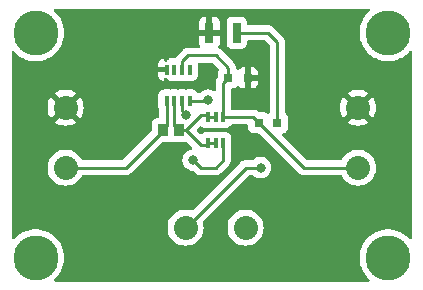
<source format=gbr>
%TF.GenerationSoftware,KiCad,Pcbnew,(6.0.10)*%
%TF.CreationDate,2023-01-28T16:26:22+05:30*%
%TF.ProjectId,protectionCkt,70726f74-6563-4746-996f-6e436b742e6b,rev?*%
%TF.SameCoordinates,Original*%
%TF.FileFunction,Copper,L1,Top*%
%TF.FilePolarity,Positive*%
%FSLAX46Y46*%
G04 Gerber Fmt 4.6, Leading zero omitted, Abs format (unit mm)*
G04 Created by KiCad (PCBNEW (6.0.10)) date 2023-01-28 16:26:22*
%MOMM*%
%LPD*%
G01*
G04 APERTURE LIST*
%TA.AperFunction,ComponentPad*%
%ADD10C,3.800000*%
%TD*%
%TA.AperFunction,SMDPad,CuDef*%
%ADD11R,0.355600X0.876300*%
%TD*%
%TA.AperFunction,ComponentPad*%
%ADD12C,2.032000*%
%TD*%
%TA.AperFunction,SMDPad,CuDef*%
%ADD13R,0.838200X1.016000*%
%TD*%
%TA.AperFunction,SMDPad,CuDef*%
%ADD14R,0.655600X0.800000*%
%TD*%
%TA.AperFunction,SMDPad,CuDef*%
%ADD15R,0.698500X1.701800*%
%TD*%
%TA.AperFunction,SMDPad,CuDef*%
%ADD16R,0.755599X0.799998*%
%TD*%
%TA.AperFunction,SMDPad,CuDef*%
%ADD17R,0.406400X0.876300*%
%TD*%
%TA.AperFunction,ViaPad*%
%ADD18C,0.800000*%
%TD*%
%TA.AperFunction,Conductor*%
%ADD19C,0.250000*%
%TD*%
G04 APERTURE END LIST*
D10*
%TO.P,REF\u002A\u002A,1*%
%TO.N,N/C*%
X112395000Y-84455000D03*
%TD*%
%TO.P,REF\u002A\u002A,1*%
%TO.N,N/C*%
X142240000Y-103505000D03*
%TD*%
D11*
%TO.P,U3,1,D*%
%TO.N,Net-(R1-Pad2)*%
X126985001Y-93821250D03*
%TO.P,U3,2,D*%
X127635000Y-93821250D03*
%TO.P,U3,3,G*%
%TO.N,Net-(U3-Pad3)*%
X128284999Y-93821250D03*
%TO.P,U3,4,S*%
%TO.N,Net-(C1-Pad2)*%
X128284999Y-91598750D03*
%TO.P,U3,5,D*%
%TO.N,Net-(R1-Pad2)*%
X127635000Y-91598750D03*
%TO.P,U3,6,D*%
X126985001Y-91598750D03*
%TD*%
D12*
%TO.P,U5,1,1*%
%TO.N,Net-(C1-Pad2)*%
X139700000Y-95885000D03*
%TO.P,U5,2,2*%
%TO.N,GND*%
X139700000Y-90805000D03*
%TD*%
D13*
%TO.P,R1,1*%
%TO.N,VCC*%
X123151900Y-92710000D03*
%TO.P,R1,2*%
%TO.N,Net-(R1-Pad2)*%
X124498100Y-92710000D03*
%TD*%
D14*
%TO.P,C1,1,1*%
%TO.N,GND*%
X130367800Y-88265000D03*
%TO.P,C1,2,2*%
%TO.N,Net-(C1-Pad2)*%
X128712200Y-88265000D03*
%TD*%
D12*
%TO.P,U1,1,1*%
%TO.N,VCC*%
X114935000Y-95885000D03*
%TO.P,U1,2,2*%
%TO.N,GND*%
X114935000Y-90805000D03*
%TD*%
D15*
%TO.P,LED1,1,1*%
%TO.N,GND*%
X127120650Y-84455000D03*
%TO.P,LED1,2,2*%
%TO.N,Net-(LED1-Pad2)*%
X129419350Y-84455000D03*
%TD*%
D10*
%TO.P,REF\u002A\u002A,1*%
%TO.N,N/C*%
X112395000Y-103505000D03*
%TD*%
D16*
%TO.P,R2,1,1*%
%TO.N,Net-(C1-Pad2)*%
X131302201Y-92075000D03*
%TO.P,R2,2,2*%
%TO.N,Net-(LED1-Pad2)*%
X132857799Y-92075000D03*
%TD*%
D12*
%TO.P,U2,1,1*%
%TO.N,Net-(U2-Pad1)*%
X125095000Y-100965000D03*
%TO.P,U2,2,2*%
%TO.N,unconnected-(U2-Pad2)*%
X130175000Y-100965000D03*
%TD*%
D17*
%TO.P,U4,1,\u002AON*%
%TO.N,unconnected-(U4-Pad1)*%
X125434999Y-87585550D03*
%TO.P,U4,2,OUT*%
%TO.N,Net-(C1-Pad2)*%
X124785001Y-87585550D03*
%TO.P,U4,3,GATEP*%
%TO.N,unconnected-(U4-Pad3)*%
X124134999Y-87585550D03*
%TO.P,U4,4,GND*%
%TO.N,GND*%
X123485001Y-87585550D03*
%TO.P,U4,5,IN*%
%TO.N,VCC*%
X123485001Y-90214450D03*
%TO.P,U4,6,SENSE*%
%TO.N,Net-(R1-Pad2)*%
X124134999Y-90214450D03*
%TO.P,U4,7,GATE*%
%TO.N,Net-(U3-Pad3)*%
X124785001Y-90214450D03*
%TO.P,U4,8,\u002APWRGD*%
%TO.N,Net-(U2-Pad1)*%
X125434999Y-90214450D03*
%TD*%
D10*
%TO.P,REF\u002A\u002A,1*%
%TO.N,N/C*%
X142240000Y-84455000D03*
%TD*%
D18*
%TO.N,Net-(U2-Pad1)*%
X127000000Y-90170000D03*
X131445000Y-95885000D03*
%TO.N,Net-(U3-Pad3)*%
X125730000Y-95250000D03*
X125095000Y-91440000D03*
%TD*%
D19*
%TO.N,Net-(C1-Pad2)*%
X124785001Y-86897400D02*
X125322401Y-86360000D01*
X127635000Y-86360000D02*
X128712200Y-87437200D01*
X130825951Y-91598750D02*
X131302201Y-92075000D01*
X128712200Y-87437200D02*
X128712200Y-88265000D01*
X125322401Y-86360000D02*
X127635000Y-86360000D01*
X124785001Y-87585550D02*
X124785001Y-86897400D01*
X128284999Y-91598750D02*
X128284999Y-88692201D01*
X128284999Y-88692201D02*
X128712200Y-88265000D01*
X128284999Y-91598750D02*
X130825951Y-91598750D01*
X135112201Y-95885000D02*
X139700000Y-95885000D01*
X131302201Y-92075000D02*
X135112201Y-95885000D01*
%TO.N,Net-(LED1-Pad2)*%
X132080000Y-84455000D02*
X132857799Y-85232799D01*
X132857799Y-85232799D02*
X132857799Y-92075000D01*
X129419350Y-84455000D02*
X132080000Y-84455000D01*
%TO.N,VCC*%
X114935000Y-95885000D02*
X120015000Y-95885000D01*
X123485001Y-92376899D02*
X123151900Y-92710000D01*
X123485001Y-90214450D02*
X123485001Y-92376899D01*
X123151900Y-92748100D02*
X123151900Y-92710000D01*
X120015000Y-95885000D02*
X123151900Y-92748100D01*
%TO.N,Net-(R1-Pad2)*%
X127000000Y-93836249D02*
X126985001Y-93821250D01*
X124498100Y-92710000D02*
X125095000Y-92710000D01*
X127000000Y-91583751D02*
X126985001Y-91598750D01*
X127000000Y-93980000D02*
X127000000Y-93836249D01*
X125095000Y-92710000D02*
X126365000Y-91440000D01*
X127635000Y-93821250D02*
X126985001Y-93821250D01*
X126985001Y-91598750D02*
X127635000Y-91598750D01*
X124134999Y-90214450D02*
X124134999Y-92346899D01*
X127000000Y-91440000D02*
X127000000Y-91583751D01*
X126365000Y-93980000D02*
X127000000Y-93980000D01*
X126365000Y-91440000D02*
X127000000Y-91440000D01*
X125095000Y-92710000D02*
X126365000Y-93980000D01*
X124134999Y-92346899D02*
X124498100Y-92710000D01*
%TO.N,Net-(U2-Pad1)*%
X125434999Y-90214450D02*
X126955550Y-90214450D01*
X130175000Y-95885000D02*
X125095000Y-100965000D01*
X131445000Y-95885000D02*
X130175000Y-95885000D01*
X126955550Y-90214450D02*
X127000000Y-90170000D01*
%TO.N,Net-(U3-Pad3)*%
X127635000Y-95885000D02*
X128284999Y-95235001D01*
X124785001Y-90214450D02*
X124785001Y-91130001D01*
X125730000Y-95250000D02*
X126365000Y-95885000D01*
X126365000Y-95885000D02*
X127635000Y-95885000D01*
X128284999Y-95235001D02*
X128284999Y-93821250D01*
X124785001Y-91130001D02*
X125095000Y-91440000D01*
%TD*%
%TA.AperFunction,Conductor*%
%TO.N,GND*%
G36*
X140634825Y-82443502D02*
G01*
X140681318Y-82497158D01*
X140691422Y-82567432D01*
X140661928Y-82632012D01*
X140652959Y-82641348D01*
X140480808Y-82803008D01*
X140287630Y-83036520D01*
X140125242Y-83292402D01*
X140090588Y-83366046D01*
X140026783Y-83501640D01*
X139996206Y-83566619D01*
X139902555Y-83854846D01*
X139845767Y-84152538D01*
X139826738Y-84455000D01*
X139845767Y-84757462D01*
X139902555Y-85055154D01*
X139996206Y-85343381D01*
X139997893Y-85346967D01*
X139997895Y-85346971D01*
X140030479Y-85416216D01*
X140125242Y-85617598D01*
X140287630Y-85873480D01*
X140290149Y-85876525D01*
X140290152Y-85876529D01*
X140296221Y-85883865D01*
X140480808Y-86106992D01*
X140701729Y-86314450D01*
X140946910Y-86492584D01*
X140950379Y-86494491D01*
X140950382Y-86494493D01*
X141080627Y-86566096D01*
X141212483Y-86638585D01*
X141216152Y-86640038D01*
X141216157Y-86640040D01*
X141445146Y-86730703D01*
X141494261Y-86750149D01*
X141787800Y-86825516D01*
X142088470Y-86863500D01*
X142391530Y-86863500D01*
X142692200Y-86825516D01*
X142985739Y-86750149D01*
X143034854Y-86730703D01*
X143263843Y-86640040D01*
X143263848Y-86640038D01*
X143267517Y-86638585D01*
X143399373Y-86566096D01*
X143529618Y-86494493D01*
X143529621Y-86494491D01*
X143533090Y-86492584D01*
X143778271Y-86314450D01*
X143999192Y-86106992D01*
X144048416Y-86047491D01*
X144107249Y-86007753D01*
X144178227Y-86006132D01*
X144238815Y-86043141D01*
X144269775Y-86107031D01*
X144271500Y-86127807D01*
X144271500Y-101832193D01*
X144251498Y-101900314D01*
X144197842Y-101946807D01*
X144127568Y-101956911D01*
X144062988Y-101927417D01*
X144048416Y-101912509D01*
X144001718Y-101856061D01*
X144001715Y-101856058D01*
X143999192Y-101853008D01*
X143778271Y-101645550D01*
X143533090Y-101467416D01*
X143267517Y-101321415D01*
X143263848Y-101319962D01*
X143263843Y-101319960D01*
X142989409Y-101211304D01*
X142989408Y-101211304D01*
X142985739Y-101209851D01*
X142692200Y-101134484D01*
X142391530Y-101096500D01*
X142088470Y-101096500D01*
X141787800Y-101134484D01*
X141494261Y-101209851D01*
X141490592Y-101211304D01*
X141490591Y-101211304D01*
X141216157Y-101319960D01*
X141216152Y-101319962D01*
X141212483Y-101321415D01*
X140946910Y-101467416D01*
X140701729Y-101645550D01*
X140480808Y-101853008D01*
X140287630Y-102086520D01*
X140125242Y-102342402D01*
X139996206Y-102616619D01*
X139902555Y-102904846D01*
X139845767Y-103202538D01*
X139826738Y-103505000D01*
X139845767Y-103807462D01*
X139902555Y-104105154D01*
X139996206Y-104393381D01*
X140125242Y-104667598D01*
X140287630Y-104923480D01*
X140480808Y-105156992D01*
X140483695Y-105159703D01*
X140652957Y-105318650D01*
X140688922Y-105379862D01*
X140686085Y-105450802D01*
X140645344Y-105508946D01*
X140579636Y-105535835D01*
X140566704Y-105536500D01*
X114068296Y-105536500D01*
X114000175Y-105516498D01*
X113953682Y-105462842D01*
X113943578Y-105392568D01*
X113973072Y-105327988D01*
X113982043Y-105318650D01*
X114151305Y-105159703D01*
X114154192Y-105156992D01*
X114347370Y-104923480D01*
X114509758Y-104667598D01*
X114638794Y-104393381D01*
X114732445Y-104105154D01*
X114789233Y-103807462D01*
X114808262Y-103505000D01*
X114789233Y-103202538D01*
X114732445Y-102904846D01*
X114638794Y-102616619D01*
X114509758Y-102342402D01*
X114347370Y-102086520D01*
X114154192Y-101853008D01*
X113933271Y-101645550D01*
X113688090Y-101467416D01*
X113422517Y-101321415D01*
X113418848Y-101319962D01*
X113418843Y-101319960D01*
X113144409Y-101211304D01*
X113144408Y-101211304D01*
X113140739Y-101209851D01*
X112847200Y-101134484D01*
X112546530Y-101096500D01*
X112243470Y-101096500D01*
X111942800Y-101134484D01*
X111649261Y-101209851D01*
X111645592Y-101211304D01*
X111645591Y-101211304D01*
X111371157Y-101319960D01*
X111371152Y-101319962D01*
X111367483Y-101321415D01*
X111101910Y-101467416D01*
X110856729Y-101645550D01*
X110635808Y-101853008D01*
X110633285Y-101856058D01*
X110633282Y-101856061D01*
X110586584Y-101912509D01*
X110527751Y-101952247D01*
X110456773Y-101953868D01*
X110396185Y-101916859D01*
X110365225Y-101852969D01*
X110363500Y-101832193D01*
X110363500Y-100965000D01*
X123565786Y-100965000D01*
X123584613Y-101204222D01*
X123585767Y-101209029D01*
X123585768Y-101209035D01*
X123585964Y-101209851D01*
X123640631Y-101437553D01*
X123642524Y-101442124D01*
X123642525Y-101442126D01*
X123727909Y-101648261D01*
X123732460Y-101659249D01*
X123857840Y-101863849D01*
X124013682Y-102046318D01*
X124196151Y-102202160D01*
X124400751Y-102327540D01*
X124405321Y-102329433D01*
X124405323Y-102329434D01*
X124617874Y-102417475D01*
X124622447Y-102419369D01*
X124704037Y-102438957D01*
X124850965Y-102474232D01*
X124850971Y-102474233D01*
X124855778Y-102475387D01*
X125095000Y-102494214D01*
X125334222Y-102475387D01*
X125339029Y-102474233D01*
X125339035Y-102474232D01*
X125485963Y-102438957D01*
X125567553Y-102419369D01*
X125572126Y-102417475D01*
X125784677Y-102329434D01*
X125784679Y-102329433D01*
X125789249Y-102327540D01*
X125993849Y-102202160D01*
X126176318Y-102046318D01*
X126332160Y-101863849D01*
X126457540Y-101659249D01*
X126462092Y-101648261D01*
X126547475Y-101442126D01*
X126547476Y-101442124D01*
X126549369Y-101437553D01*
X126604036Y-101209851D01*
X126604232Y-101209035D01*
X126604233Y-101209029D01*
X126605387Y-101204222D01*
X126624214Y-100965000D01*
X128645786Y-100965000D01*
X128664613Y-101204222D01*
X128665767Y-101209029D01*
X128665768Y-101209035D01*
X128665964Y-101209851D01*
X128720631Y-101437553D01*
X128722524Y-101442124D01*
X128722525Y-101442126D01*
X128807909Y-101648261D01*
X128812460Y-101659249D01*
X128937840Y-101863849D01*
X129093682Y-102046318D01*
X129276151Y-102202160D01*
X129480751Y-102327540D01*
X129485321Y-102329433D01*
X129485323Y-102329434D01*
X129697874Y-102417475D01*
X129702447Y-102419369D01*
X129784037Y-102438957D01*
X129930965Y-102474232D01*
X129930971Y-102474233D01*
X129935778Y-102475387D01*
X130175000Y-102494214D01*
X130414222Y-102475387D01*
X130419029Y-102474233D01*
X130419035Y-102474232D01*
X130565963Y-102438957D01*
X130647553Y-102419369D01*
X130652126Y-102417475D01*
X130864677Y-102329434D01*
X130864679Y-102329433D01*
X130869249Y-102327540D01*
X131073849Y-102202160D01*
X131256318Y-102046318D01*
X131412160Y-101863849D01*
X131537540Y-101659249D01*
X131542092Y-101648261D01*
X131627475Y-101442126D01*
X131627476Y-101442124D01*
X131629369Y-101437553D01*
X131684036Y-101209851D01*
X131684232Y-101209035D01*
X131684233Y-101209029D01*
X131685387Y-101204222D01*
X131704214Y-100965000D01*
X131685387Y-100725778D01*
X131684233Y-100720971D01*
X131684232Y-100720965D01*
X131630524Y-100497259D01*
X131629369Y-100492447D01*
X131537540Y-100270751D01*
X131412160Y-100066151D01*
X131256318Y-99883682D01*
X131073849Y-99727840D01*
X130869249Y-99602460D01*
X130864679Y-99600567D01*
X130864677Y-99600566D01*
X130652126Y-99512525D01*
X130652124Y-99512524D01*
X130647553Y-99510631D01*
X130565963Y-99491043D01*
X130419035Y-99455768D01*
X130419029Y-99455767D01*
X130414222Y-99454613D01*
X130175000Y-99435786D01*
X129935778Y-99454613D01*
X129930971Y-99455767D01*
X129930965Y-99455768D01*
X129784037Y-99491043D01*
X129702447Y-99510631D01*
X129697876Y-99512524D01*
X129697874Y-99512525D01*
X129485323Y-99600566D01*
X129485321Y-99600567D01*
X129480751Y-99602460D01*
X129276151Y-99727840D01*
X129093682Y-99883682D01*
X128937840Y-100066151D01*
X128812460Y-100270751D01*
X128720631Y-100492447D01*
X128719476Y-100497259D01*
X128665768Y-100720965D01*
X128665767Y-100720971D01*
X128664613Y-100725778D01*
X128645786Y-100965000D01*
X126624214Y-100965000D01*
X126605387Y-100725778D01*
X126604233Y-100720971D01*
X126604232Y-100720965D01*
X126549369Y-100492447D01*
X126551592Y-100491913D01*
X126549813Y-100430422D01*
X126582590Y-100373314D01*
X130400500Y-96555405D01*
X130462812Y-96521379D01*
X130489595Y-96518500D01*
X130736800Y-96518500D01*
X130804921Y-96538502D01*
X130824147Y-96554843D01*
X130824420Y-96554540D01*
X130829332Y-96558963D01*
X130833747Y-96563866D01*
X130988248Y-96676118D01*
X130994276Y-96678802D01*
X130994278Y-96678803D01*
X131156681Y-96751109D01*
X131162712Y-96753794D01*
X131256112Y-96773647D01*
X131343056Y-96792128D01*
X131343061Y-96792128D01*
X131349513Y-96793500D01*
X131540487Y-96793500D01*
X131546939Y-96792128D01*
X131546944Y-96792128D01*
X131633888Y-96773647D01*
X131727288Y-96753794D01*
X131733319Y-96751109D01*
X131895722Y-96678803D01*
X131895724Y-96678802D01*
X131901752Y-96676118D01*
X132056253Y-96563866D01*
X132092851Y-96523220D01*
X132179621Y-96426852D01*
X132179622Y-96426851D01*
X132184040Y-96421944D01*
X132259053Y-96292018D01*
X132276223Y-96262279D01*
X132276224Y-96262278D01*
X132279527Y-96256556D01*
X132338542Y-96074928D01*
X132341814Y-96043803D01*
X132357814Y-95891565D01*
X132358504Y-95885000D01*
X132343123Y-95738658D01*
X132339232Y-95701635D01*
X132339232Y-95701633D01*
X132338542Y-95695072D01*
X132279527Y-95513444D01*
X132258490Y-95477006D01*
X132240707Y-95446206D01*
X132184040Y-95348056D01*
X132167882Y-95330110D01*
X132060675Y-95211045D01*
X132060674Y-95211044D01*
X132056253Y-95206134D01*
X131901752Y-95093882D01*
X131895724Y-95091198D01*
X131895722Y-95091197D01*
X131733319Y-95018891D01*
X131733318Y-95018891D01*
X131727288Y-95016206D01*
X131633887Y-94996353D01*
X131546944Y-94977872D01*
X131546939Y-94977872D01*
X131540487Y-94976500D01*
X131349513Y-94976500D01*
X131343061Y-94977872D01*
X131343056Y-94977872D01*
X131256113Y-94996353D01*
X131162712Y-95016206D01*
X131156682Y-95018891D01*
X131156681Y-95018891D01*
X130994278Y-95091197D01*
X130994276Y-95091198D01*
X130988248Y-95093882D01*
X130833747Y-95206134D01*
X130829332Y-95211037D01*
X130824420Y-95215460D01*
X130823295Y-95214211D01*
X130769986Y-95247051D01*
X130736800Y-95251500D01*
X130253767Y-95251500D01*
X130242584Y-95250973D01*
X130235091Y-95249298D01*
X130227165Y-95249547D01*
X130227164Y-95249547D01*
X130167001Y-95251438D01*
X130163043Y-95251500D01*
X130135144Y-95251500D01*
X130131154Y-95252004D01*
X130119320Y-95252936D01*
X130075111Y-95254326D01*
X130067497Y-95256538D01*
X130067492Y-95256539D01*
X130055659Y-95259977D01*
X130036296Y-95263988D01*
X130016203Y-95266526D01*
X130008836Y-95269443D01*
X130008831Y-95269444D01*
X129975092Y-95282802D01*
X129963865Y-95286646D01*
X129921407Y-95298982D01*
X129914581Y-95303019D01*
X129903972Y-95309293D01*
X129886224Y-95317988D01*
X129867383Y-95325448D01*
X129860967Y-95330110D01*
X129860966Y-95330110D01*
X129831613Y-95351436D01*
X129821693Y-95357952D01*
X129790465Y-95376420D01*
X129790462Y-95376422D01*
X129783638Y-95380458D01*
X129769317Y-95394779D01*
X129754284Y-95407619D01*
X129737893Y-95419528D01*
X129732842Y-95425634D01*
X129709702Y-95453605D01*
X129701712Y-95462384D01*
X125686685Y-99477410D01*
X125624373Y-99511436D01*
X125568042Y-99508595D01*
X125567553Y-99510631D01*
X125339035Y-99455768D01*
X125339029Y-99455767D01*
X125334222Y-99454613D01*
X125095000Y-99435786D01*
X124855778Y-99454613D01*
X124850971Y-99455767D01*
X124850965Y-99455768D01*
X124704037Y-99491043D01*
X124622447Y-99510631D01*
X124617876Y-99512524D01*
X124617874Y-99512525D01*
X124405323Y-99600566D01*
X124405321Y-99600567D01*
X124400751Y-99602460D01*
X124196151Y-99727840D01*
X124013682Y-99883682D01*
X123857840Y-100066151D01*
X123732460Y-100270751D01*
X123640631Y-100492447D01*
X123639476Y-100497259D01*
X123585768Y-100720965D01*
X123585767Y-100720971D01*
X123584613Y-100725778D01*
X123565786Y-100965000D01*
X110363500Y-100965000D01*
X110363500Y-95885000D01*
X113405786Y-95885000D01*
X113424613Y-96124222D01*
X113425767Y-96129029D01*
X113425768Y-96129035D01*
X113454875Y-96250271D01*
X113480631Y-96357553D01*
X113482524Y-96362124D01*
X113482525Y-96362126D01*
X113567697Y-96567749D01*
X113572460Y-96579249D01*
X113697840Y-96783849D01*
X113853682Y-96966318D01*
X114036151Y-97122160D01*
X114240751Y-97247540D01*
X114245321Y-97249433D01*
X114245323Y-97249434D01*
X114457874Y-97337475D01*
X114462447Y-97339369D01*
X114544037Y-97358957D01*
X114690965Y-97394232D01*
X114690971Y-97394233D01*
X114695778Y-97395387D01*
X114935000Y-97414214D01*
X115174222Y-97395387D01*
X115179029Y-97394233D01*
X115179035Y-97394232D01*
X115325963Y-97358957D01*
X115407553Y-97339369D01*
X115412126Y-97337475D01*
X115624677Y-97249434D01*
X115624679Y-97249433D01*
X115629249Y-97247540D01*
X115833849Y-97122160D01*
X116016318Y-96966318D01*
X116172160Y-96783849D01*
X116297540Y-96579249D01*
X116299468Y-96580430D01*
X116341816Y-96535644D01*
X116405270Y-96518500D01*
X119936233Y-96518500D01*
X119947416Y-96519027D01*
X119954909Y-96520702D01*
X119962835Y-96520453D01*
X119962836Y-96520453D01*
X120022986Y-96518562D01*
X120026945Y-96518500D01*
X120054856Y-96518500D01*
X120058791Y-96518003D01*
X120058856Y-96517995D01*
X120070693Y-96517062D01*
X120102951Y-96516048D01*
X120106970Y-96515922D01*
X120114889Y-96515673D01*
X120134343Y-96510021D01*
X120153700Y-96506013D01*
X120165930Y-96504468D01*
X120165931Y-96504468D01*
X120173797Y-96503474D01*
X120181168Y-96500555D01*
X120181170Y-96500555D01*
X120214912Y-96487196D01*
X120226142Y-96483351D01*
X120260983Y-96473229D01*
X120260984Y-96473229D01*
X120268593Y-96471018D01*
X120275412Y-96466985D01*
X120275417Y-96466983D01*
X120286028Y-96460707D01*
X120303776Y-96452012D01*
X120322617Y-96444552D01*
X120358387Y-96418564D01*
X120368307Y-96412048D01*
X120399535Y-96393580D01*
X120399538Y-96393578D01*
X120406362Y-96389542D01*
X120420683Y-96375221D01*
X120435717Y-96362380D01*
X120437431Y-96361135D01*
X120452107Y-96350472D01*
X120480298Y-96316395D01*
X120488288Y-96307616D01*
X123032499Y-93763405D01*
X123094811Y-93729379D01*
X123121594Y-93726500D01*
X123619134Y-93726500D01*
X123681316Y-93719745D01*
X123780771Y-93682461D01*
X123851577Y-93677278D01*
X123869226Y-93682460D01*
X123968684Y-93719745D01*
X124030866Y-93726500D01*
X124965334Y-93726500D01*
X124968731Y-93726131D01*
X125019666Y-93720598D01*
X125019668Y-93720598D01*
X125027516Y-93719745D01*
X125083441Y-93698780D01*
X125154245Y-93693597D01*
X125216763Y-93727667D01*
X125632130Y-94143034D01*
X125666156Y-94205346D01*
X125661091Y-94276161D01*
X125618544Y-94332997D01*
X125569232Y-94355376D01*
X125447712Y-94381206D01*
X125441682Y-94383891D01*
X125441681Y-94383891D01*
X125279278Y-94456197D01*
X125279276Y-94456198D01*
X125273248Y-94458882D01*
X125267907Y-94462762D01*
X125267906Y-94462763D01*
X125217843Y-94499136D01*
X125118747Y-94571134D01*
X125114326Y-94576044D01*
X125114325Y-94576045D01*
X125080601Y-94613500D01*
X124990960Y-94713056D01*
X124895473Y-94878444D01*
X124836458Y-95060072D01*
X124835768Y-95066633D01*
X124835768Y-95066635D01*
X124820217Y-95214595D01*
X124816496Y-95250000D01*
X124817186Y-95256565D01*
X124834956Y-95425634D01*
X124836458Y-95439928D01*
X124895473Y-95621556D01*
X124898776Y-95627278D01*
X124898777Y-95627279D01*
X124932686Y-95686010D01*
X124990960Y-95786944D01*
X125118747Y-95928866D01*
X125273248Y-96041118D01*
X125279276Y-96043802D01*
X125279278Y-96043803D01*
X125441681Y-96116109D01*
X125447712Y-96118794D01*
X125541112Y-96138647D01*
X125628056Y-96157128D01*
X125628061Y-96157128D01*
X125634513Y-96158500D01*
X125690406Y-96158500D01*
X125758527Y-96178502D01*
X125779501Y-96195405D01*
X125861343Y-96277247D01*
X125868887Y-96285537D01*
X125873000Y-96292018D01*
X125878777Y-96297443D01*
X125922667Y-96338658D01*
X125925509Y-96341413D01*
X125945231Y-96361135D01*
X125948355Y-96363558D01*
X125948359Y-96363562D01*
X125948424Y-96363612D01*
X125957445Y-96371317D01*
X125989679Y-96401586D01*
X125996627Y-96405405D01*
X125996629Y-96405407D01*
X126007432Y-96411346D01*
X126023959Y-96422202D01*
X126033698Y-96429757D01*
X126033700Y-96429758D01*
X126039960Y-96434614D01*
X126080540Y-96452174D01*
X126091188Y-96457391D01*
X126115976Y-96471018D01*
X126129940Y-96478695D01*
X126137616Y-96480666D01*
X126137619Y-96480667D01*
X126149562Y-96483733D01*
X126168267Y-96490137D01*
X126186855Y-96498181D01*
X126194678Y-96499420D01*
X126194688Y-96499423D01*
X126230524Y-96505099D01*
X126242144Y-96507505D01*
X126273959Y-96515673D01*
X126284970Y-96518500D01*
X126305224Y-96518500D01*
X126324934Y-96520051D01*
X126344943Y-96523220D01*
X126352835Y-96522474D01*
X126371580Y-96520702D01*
X126388962Y-96519059D01*
X126400819Y-96518500D01*
X127556233Y-96518500D01*
X127567416Y-96519027D01*
X127574909Y-96520702D01*
X127582835Y-96520453D01*
X127582836Y-96520453D01*
X127642986Y-96518562D01*
X127646945Y-96518500D01*
X127674856Y-96518500D01*
X127678791Y-96518003D01*
X127678856Y-96517995D01*
X127690693Y-96517062D01*
X127722951Y-96516048D01*
X127726970Y-96515922D01*
X127734889Y-96515673D01*
X127754343Y-96510021D01*
X127773700Y-96506013D01*
X127785930Y-96504468D01*
X127785931Y-96504468D01*
X127793797Y-96503474D01*
X127801168Y-96500555D01*
X127801170Y-96500555D01*
X127834912Y-96487196D01*
X127846142Y-96483351D01*
X127880983Y-96473229D01*
X127880984Y-96473229D01*
X127888593Y-96471018D01*
X127895412Y-96466985D01*
X127895417Y-96466983D01*
X127906028Y-96460707D01*
X127923776Y-96452012D01*
X127942617Y-96444552D01*
X127978387Y-96418564D01*
X127988307Y-96412048D01*
X128019535Y-96393580D01*
X128019538Y-96393578D01*
X128026362Y-96389542D01*
X128040683Y-96375221D01*
X128055717Y-96362380D01*
X128057431Y-96361135D01*
X128072107Y-96350472D01*
X128100298Y-96316395D01*
X128108288Y-96307616D01*
X128677246Y-95738658D01*
X128685536Y-95731114D01*
X128692017Y-95727001D01*
X128738658Y-95677333D01*
X128741412Y-95674492D01*
X128761133Y-95654771D01*
X128763611Y-95651576D01*
X128771317Y-95642554D01*
X128785661Y-95627279D01*
X128801585Y-95610322D01*
X128811345Y-95592569D01*
X128822198Y-95576046D01*
X128829752Y-95566307D01*
X128834612Y-95560042D01*
X128852175Y-95519458D01*
X128857382Y-95508828D01*
X128878694Y-95470061D01*
X128880665Y-95462384D01*
X128880667Y-95462379D01*
X128883731Y-95450443D01*
X128890137Y-95431731D01*
X128895033Y-95420418D01*
X128898180Y-95413146D01*
X128903358Y-95380458D01*
X128905096Y-95369482D01*
X128907503Y-95357861D01*
X128916527Y-95322712D01*
X128916527Y-95322711D01*
X128918499Y-95315031D01*
X128918499Y-95294770D01*
X128920050Y-95275059D01*
X128920940Y-95269444D01*
X128923218Y-95255058D01*
X128919058Y-95211045D01*
X128918499Y-95199190D01*
X128918499Y-94515382D01*
X128926517Y-94471153D01*
X128961772Y-94377111D01*
X128961772Y-94377109D01*
X128964544Y-94369716D01*
X128967460Y-94342879D01*
X128970930Y-94310931D01*
X128971299Y-94307534D01*
X128971299Y-93334966D01*
X128964544Y-93272784D01*
X128913414Y-93136395D01*
X128826060Y-93019839D01*
X128709504Y-92932485D01*
X128573115Y-92881355D01*
X128510933Y-92874600D01*
X128059065Y-92874600D01*
X127996883Y-92881355D01*
X127989489Y-92884127D01*
X127989144Y-92884209D01*
X127930853Y-92884209D01*
X127930514Y-92884129D01*
X127923116Y-92881355D01*
X127860934Y-92874600D01*
X127409066Y-92874600D01*
X127346884Y-92881355D01*
X127339490Y-92884127D01*
X127339145Y-92884209D01*
X127280854Y-92884209D01*
X127280515Y-92884129D01*
X127273117Y-92881355D01*
X127210935Y-92874600D01*
X126759067Y-92874600D01*
X126696885Y-92881355D01*
X126560496Y-92932485D01*
X126553311Y-92937870D01*
X126553309Y-92937871D01*
X126449503Y-93015669D01*
X126382996Y-93040517D01*
X126313614Y-93025464D01*
X126284843Y-93003938D01*
X126080000Y-92799095D01*
X126045974Y-92736783D01*
X126051039Y-92665968D01*
X126079999Y-92620906D01*
X126183908Y-92516996D01*
X126284844Y-92416061D01*
X126347156Y-92382036D01*
X126417972Y-92387101D01*
X126449504Y-92404331D01*
X126560496Y-92487515D01*
X126696885Y-92538645D01*
X126759067Y-92545400D01*
X127210935Y-92545400D01*
X127273117Y-92538645D01*
X127280515Y-92535871D01*
X127280854Y-92535791D01*
X127339145Y-92535791D01*
X127339490Y-92535873D01*
X127346884Y-92538645D01*
X127409066Y-92545400D01*
X127860934Y-92545400D01*
X127923116Y-92538645D01*
X127930514Y-92535871D01*
X127930853Y-92535791D01*
X127989144Y-92535791D01*
X127989489Y-92535873D01*
X127996883Y-92538645D01*
X128059065Y-92545400D01*
X128510933Y-92545400D01*
X128573115Y-92538645D01*
X128709504Y-92487515D01*
X128826060Y-92400161D01*
X128913414Y-92283605D01*
X128916253Y-92285733D01*
X128954511Y-92247580D01*
X129014744Y-92232250D01*
X130289902Y-92232250D01*
X130358023Y-92252252D01*
X130404516Y-92305908D01*
X130415902Y-92358250D01*
X130415902Y-92523133D01*
X130422657Y-92585315D01*
X130473787Y-92721704D01*
X130561141Y-92838260D01*
X130677697Y-92925614D01*
X130814086Y-92976744D01*
X130876268Y-92983499D01*
X131262606Y-92983499D01*
X131330727Y-93003501D01*
X131351701Y-93020404D01*
X134608544Y-96277247D01*
X134616088Y-96285537D01*
X134620201Y-96292018D01*
X134625978Y-96297443D01*
X134669868Y-96338658D01*
X134672710Y-96341413D01*
X134692432Y-96361135D01*
X134695556Y-96363558D01*
X134695560Y-96363562D01*
X134695625Y-96363612D01*
X134704646Y-96371317D01*
X134736880Y-96401586D01*
X134743828Y-96405405D01*
X134743830Y-96405407D01*
X134754633Y-96411346D01*
X134771160Y-96422202D01*
X134780899Y-96429757D01*
X134780901Y-96429758D01*
X134787161Y-96434614D01*
X134827741Y-96452174D01*
X134838389Y-96457391D01*
X134863177Y-96471018D01*
X134877141Y-96478695D01*
X134884817Y-96480666D01*
X134884820Y-96480667D01*
X134896763Y-96483733D01*
X134915468Y-96490137D01*
X134934056Y-96498181D01*
X134941879Y-96499420D01*
X134941889Y-96499423D01*
X134977725Y-96505099D01*
X134989345Y-96507505D01*
X135021160Y-96515673D01*
X135032171Y-96518500D01*
X135052425Y-96518500D01*
X135072135Y-96520051D01*
X135092144Y-96523220D01*
X135100036Y-96522474D01*
X135118781Y-96520702D01*
X135136163Y-96519059D01*
X135148020Y-96518500D01*
X138229730Y-96518500D01*
X138297851Y-96538502D01*
X138335709Y-96580322D01*
X138337460Y-96579249D01*
X138462840Y-96783849D01*
X138618682Y-96966318D01*
X138801151Y-97122160D01*
X139005751Y-97247540D01*
X139010321Y-97249433D01*
X139010323Y-97249434D01*
X139222874Y-97337475D01*
X139227447Y-97339369D01*
X139309037Y-97358957D01*
X139455965Y-97394232D01*
X139455971Y-97394233D01*
X139460778Y-97395387D01*
X139700000Y-97414214D01*
X139939222Y-97395387D01*
X139944029Y-97394233D01*
X139944035Y-97394232D01*
X140090963Y-97358957D01*
X140172553Y-97339369D01*
X140177126Y-97337475D01*
X140389677Y-97249434D01*
X140389679Y-97249433D01*
X140394249Y-97247540D01*
X140598849Y-97122160D01*
X140781318Y-96966318D01*
X140937160Y-96783849D01*
X141062540Y-96579249D01*
X141067304Y-96567749D01*
X141152475Y-96362126D01*
X141152476Y-96362124D01*
X141154369Y-96357553D01*
X141180125Y-96250271D01*
X141209232Y-96129035D01*
X141209233Y-96129029D01*
X141210387Y-96124222D01*
X141229214Y-95885000D01*
X141210387Y-95645778D01*
X141209233Y-95640971D01*
X141209232Y-95640965D01*
X141161184Y-95440834D01*
X141154369Y-95412447D01*
X141139446Y-95376420D01*
X141064434Y-95195323D01*
X141064433Y-95195321D01*
X141062540Y-95190751D01*
X140937160Y-94986151D01*
X140781318Y-94803682D01*
X140598849Y-94647840D01*
X140394249Y-94522460D01*
X140389679Y-94520567D01*
X140389677Y-94520566D01*
X140177126Y-94432525D01*
X140177124Y-94432524D01*
X140172553Y-94430631D01*
X140090963Y-94411043D01*
X139944035Y-94375768D01*
X139944029Y-94375767D01*
X139939222Y-94374613D01*
X139700000Y-94355786D01*
X139460778Y-94374613D01*
X139455971Y-94375767D01*
X139455965Y-94375768D01*
X139309037Y-94411043D01*
X139227447Y-94430631D01*
X139222876Y-94432524D01*
X139222874Y-94432525D01*
X139010323Y-94520566D01*
X139010321Y-94520567D01*
X139005751Y-94522460D01*
X138801151Y-94647840D01*
X138618682Y-94803682D01*
X138462840Y-94986151D01*
X138337460Y-95190751D01*
X138335532Y-95189570D01*
X138293184Y-95234356D01*
X138229730Y-95251500D01*
X135426795Y-95251500D01*
X135358674Y-95231498D01*
X135337700Y-95214595D01*
X133305324Y-93182218D01*
X133271298Y-93119906D01*
X133276363Y-93049090D01*
X133318910Y-92992255D01*
X133350190Y-92975141D01*
X133473893Y-92928767D01*
X133473894Y-92928766D01*
X133482303Y-92925614D01*
X133598859Y-92838260D01*
X133686213Y-92721704D01*
X133737343Y-92585315D01*
X133744098Y-92523133D01*
X133744098Y-92049306D01*
X138820524Y-92049306D01*
X138826251Y-92056956D01*
X139001759Y-92164507D01*
X139010553Y-92168988D01*
X139223029Y-92256998D01*
X139232414Y-92260047D01*
X139456044Y-92313737D01*
X139465791Y-92315280D01*
X139695070Y-92333325D01*
X139704930Y-92333325D01*
X139934209Y-92315280D01*
X139943956Y-92313737D01*
X140167586Y-92260047D01*
X140176971Y-92256998D01*
X140389447Y-92168988D01*
X140398241Y-92164507D01*
X140570083Y-92059203D01*
X140579543Y-92048747D01*
X140575759Y-92039969D01*
X139712812Y-91177022D01*
X139698868Y-91169408D01*
X139697035Y-91169539D01*
X139690420Y-91173790D01*
X138827284Y-92036926D01*
X138820524Y-92049306D01*
X133744098Y-92049306D01*
X133744098Y-91626867D01*
X133737343Y-91564685D01*
X133686213Y-91428296D01*
X133598859Y-91311740D01*
X133573101Y-91292435D01*
X133541734Y-91268927D01*
X133499219Y-91212068D01*
X133491299Y-91168101D01*
X133491299Y-90809930D01*
X138171675Y-90809930D01*
X138189720Y-91039209D01*
X138191263Y-91048956D01*
X138244953Y-91272586D01*
X138248002Y-91281971D01*
X138336012Y-91494447D01*
X138340493Y-91503241D01*
X138445797Y-91675083D01*
X138456253Y-91684543D01*
X138465031Y-91680759D01*
X139327978Y-90817812D01*
X139334356Y-90806132D01*
X140064408Y-90806132D01*
X140064539Y-90807965D01*
X140068790Y-90814580D01*
X140931926Y-91677716D01*
X140944306Y-91684476D01*
X140951956Y-91678749D01*
X141059507Y-91503241D01*
X141063988Y-91494447D01*
X141151998Y-91281971D01*
X141155047Y-91272586D01*
X141208737Y-91048956D01*
X141210280Y-91039209D01*
X141228325Y-90809930D01*
X141228325Y-90800070D01*
X141210280Y-90570791D01*
X141208737Y-90561044D01*
X141155047Y-90337414D01*
X141151998Y-90328029D01*
X141063988Y-90115553D01*
X141059507Y-90106759D01*
X140954203Y-89934917D01*
X140943747Y-89925457D01*
X140934969Y-89929241D01*
X140072022Y-90792188D01*
X140064408Y-90806132D01*
X139334356Y-90806132D01*
X139335592Y-90803868D01*
X139335461Y-90802035D01*
X139331210Y-90795420D01*
X138468074Y-89932284D01*
X138455694Y-89925524D01*
X138448044Y-89931251D01*
X138340493Y-90106759D01*
X138336012Y-90115553D01*
X138248002Y-90328029D01*
X138244953Y-90337414D01*
X138191263Y-90561044D01*
X138189720Y-90570791D01*
X138171675Y-90800070D01*
X138171675Y-90809930D01*
X133491299Y-90809930D01*
X133491299Y-89561253D01*
X138820457Y-89561253D01*
X138824241Y-89570031D01*
X139687188Y-90432978D01*
X139701132Y-90440592D01*
X139702965Y-90440461D01*
X139709580Y-90436210D01*
X140572716Y-89573074D01*
X140579476Y-89560694D01*
X140573749Y-89553044D01*
X140398241Y-89445493D01*
X140389447Y-89441012D01*
X140176971Y-89353002D01*
X140167586Y-89349953D01*
X139943956Y-89296263D01*
X139934209Y-89294720D01*
X139704930Y-89276675D01*
X139695070Y-89276675D01*
X139465791Y-89294720D01*
X139456044Y-89296263D01*
X139232414Y-89349953D01*
X139223029Y-89353002D01*
X139010553Y-89441012D01*
X139001759Y-89445493D01*
X138829917Y-89550797D01*
X138820457Y-89561253D01*
X133491299Y-89561253D01*
X133491299Y-85311566D01*
X133491826Y-85300383D01*
X133493501Y-85292890D01*
X133491361Y-85224799D01*
X133491299Y-85220842D01*
X133491299Y-85192943D01*
X133490795Y-85188952D01*
X133489862Y-85177110D01*
X133488722Y-85140835D01*
X133488473Y-85132910D01*
X133486261Y-85125296D01*
X133486260Y-85125291D01*
X133482822Y-85113458D01*
X133478811Y-85094094D01*
X133477266Y-85081863D01*
X133476273Y-85074002D01*
X133473356Y-85066635D01*
X133473355Y-85066630D01*
X133459997Y-85032891D01*
X133456153Y-85021664D01*
X133446029Y-84986821D01*
X133443817Y-84979206D01*
X133433506Y-84961771D01*
X133424811Y-84944023D01*
X133417351Y-84925182D01*
X133391363Y-84889412D01*
X133384847Y-84879492D01*
X133366379Y-84848264D01*
X133366377Y-84848261D01*
X133362341Y-84841437D01*
X133348020Y-84827116D01*
X133335179Y-84812082D01*
X133327930Y-84802105D01*
X133323271Y-84795692D01*
X133317166Y-84790641D01*
X133317161Y-84790636D01*
X133289195Y-84767500D01*
X133280417Y-84759512D01*
X132583652Y-84062747D01*
X132576112Y-84054461D01*
X132572000Y-84047982D01*
X132522348Y-84001356D01*
X132519507Y-83998602D01*
X132499770Y-83978865D01*
X132496573Y-83976385D01*
X132487551Y-83968680D01*
X132461100Y-83943841D01*
X132455321Y-83938414D01*
X132448375Y-83934595D01*
X132448372Y-83934593D01*
X132437566Y-83928652D01*
X132421047Y-83917801D01*
X132420583Y-83917441D01*
X132405041Y-83905386D01*
X132397772Y-83902241D01*
X132397768Y-83902238D01*
X132364463Y-83887826D01*
X132353813Y-83882609D01*
X132315060Y-83861305D01*
X132305098Y-83858747D01*
X132295438Y-83856267D01*
X132276734Y-83849863D01*
X132265420Y-83844967D01*
X132265419Y-83844967D01*
X132258145Y-83841819D01*
X132250322Y-83840580D01*
X132250312Y-83840577D01*
X132214476Y-83834901D01*
X132202856Y-83832495D01*
X132167711Y-83823472D01*
X132167710Y-83823472D01*
X132160030Y-83821500D01*
X132139776Y-83821500D01*
X132120065Y-83819949D01*
X132107886Y-83818020D01*
X132100057Y-83816780D01*
X132092165Y-83817526D01*
X132056039Y-83820941D01*
X132044181Y-83821500D01*
X130403100Y-83821500D01*
X130334979Y-83801498D01*
X130288486Y-83747842D01*
X130277100Y-83695500D01*
X130277100Y-83555966D01*
X130270345Y-83493784D01*
X130219215Y-83357395D01*
X130131861Y-83240839D01*
X130015305Y-83153485D01*
X129878916Y-83102355D01*
X129816734Y-83095600D01*
X129021966Y-83095600D01*
X128959784Y-83102355D01*
X128823395Y-83153485D01*
X128706839Y-83240839D01*
X128619485Y-83357395D01*
X128568355Y-83493784D01*
X128561600Y-83555966D01*
X128561600Y-85354034D01*
X128568355Y-85416216D01*
X128619485Y-85552605D01*
X128706839Y-85669161D01*
X128823395Y-85756515D01*
X128959784Y-85807645D01*
X129021966Y-85814400D01*
X129816734Y-85814400D01*
X129878916Y-85807645D01*
X130015305Y-85756515D01*
X130131861Y-85669161D01*
X130219215Y-85552605D01*
X130270345Y-85416216D01*
X130277100Y-85354034D01*
X130277100Y-85214500D01*
X130297102Y-85146379D01*
X130350758Y-85099886D01*
X130403100Y-85088500D01*
X131765405Y-85088500D01*
X131833526Y-85108502D01*
X131854501Y-85125405D01*
X132187395Y-85458300D01*
X132221420Y-85520612D01*
X132224299Y-85547395D01*
X132224299Y-91168101D01*
X132204297Y-91236222D01*
X132173863Y-91268928D01*
X132155564Y-91282642D01*
X132089057Y-91307489D01*
X132019675Y-91292435D01*
X132004435Y-91282641D01*
X131933892Y-91229772D01*
X131933890Y-91229771D01*
X131926705Y-91224386D01*
X131790316Y-91173256D01*
X131728134Y-91166501D01*
X131341797Y-91166501D01*
X131273676Y-91146499D01*
X131252702Y-91129596D01*
X131245721Y-91122615D01*
X131242524Y-91120135D01*
X131233502Y-91112430D01*
X131207051Y-91087591D01*
X131201272Y-91082164D01*
X131194326Y-91078345D01*
X131194323Y-91078343D01*
X131183517Y-91072402D01*
X131166998Y-91061551D01*
X131166534Y-91061191D01*
X131150992Y-91049136D01*
X131143723Y-91045991D01*
X131143719Y-91045988D01*
X131110414Y-91031576D01*
X131099764Y-91026359D01*
X131061011Y-91005055D01*
X131041388Y-91000017D01*
X131022685Y-90993613D01*
X131011371Y-90988717D01*
X131011370Y-90988717D01*
X131004096Y-90985569D01*
X130996273Y-90984330D01*
X130996263Y-90984327D01*
X130960427Y-90978651D01*
X130948807Y-90976245D01*
X130913662Y-90967222D01*
X130913661Y-90967222D01*
X130905981Y-90965250D01*
X130885727Y-90965250D01*
X130866016Y-90963699D01*
X130853837Y-90961770D01*
X130846008Y-90960530D01*
X130838116Y-90961276D01*
X130801990Y-90964691D01*
X130790132Y-90965250D01*
X129044499Y-90965250D01*
X128976378Y-90945248D01*
X128929885Y-90891592D01*
X128918499Y-90839250D01*
X128918499Y-89299500D01*
X128938501Y-89231379D01*
X128992157Y-89184886D01*
X129044499Y-89173500D01*
X129088134Y-89173500D01*
X129150316Y-89166745D01*
X129286705Y-89115615D01*
X129403261Y-89028261D01*
X129439487Y-88979925D01*
X129496345Y-88937411D01*
X129567164Y-88932385D01*
X129629457Y-88966445D01*
X129641138Y-88979925D01*
X129671717Y-89020726D01*
X129684276Y-89033285D01*
X129786351Y-89109786D01*
X129801946Y-89118324D01*
X129922394Y-89163478D01*
X129937649Y-89167105D01*
X129988514Y-89172631D01*
X129995328Y-89173000D01*
X130095685Y-89173000D01*
X130110924Y-89168525D01*
X130112129Y-89167135D01*
X130113800Y-89159452D01*
X130113800Y-89154884D01*
X130621800Y-89154884D01*
X130626275Y-89170123D01*
X130627665Y-89171328D01*
X130635348Y-89172999D01*
X130740269Y-89172999D01*
X130747090Y-89172629D01*
X130797952Y-89167105D01*
X130813204Y-89163479D01*
X130933654Y-89118324D01*
X130949249Y-89109786D01*
X131051324Y-89033285D01*
X131063885Y-89020724D01*
X131140386Y-88918649D01*
X131148924Y-88903054D01*
X131194078Y-88782606D01*
X131197705Y-88767351D01*
X131203231Y-88716486D01*
X131203600Y-88709672D01*
X131203600Y-88537115D01*
X131199125Y-88521876D01*
X131197735Y-88520671D01*
X131190052Y-88519000D01*
X130639915Y-88519000D01*
X130624676Y-88523475D01*
X130623471Y-88524865D01*
X130621800Y-88532548D01*
X130621800Y-89154884D01*
X130113800Y-89154884D01*
X130113800Y-87992885D01*
X130621800Y-87992885D01*
X130626275Y-88008124D01*
X130627665Y-88009329D01*
X130635348Y-88011000D01*
X131185484Y-88011000D01*
X131200723Y-88006525D01*
X131201928Y-88005135D01*
X131203599Y-87997452D01*
X131203599Y-87820331D01*
X131203229Y-87813510D01*
X131197705Y-87762648D01*
X131194079Y-87747396D01*
X131148924Y-87626946D01*
X131140386Y-87611351D01*
X131063885Y-87509276D01*
X131051324Y-87496715D01*
X130949249Y-87420214D01*
X130933654Y-87411676D01*
X130813206Y-87366522D01*
X130797951Y-87362895D01*
X130747086Y-87357369D01*
X130740272Y-87357000D01*
X130639915Y-87357000D01*
X130624676Y-87361475D01*
X130623471Y-87362865D01*
X130621800Y-87370548D01*
X130621800Y-87992885D01*
X130113800Y-87992885D01*
X130113800Y-87375116D01*
X130109325Y-87359877D01*
X130107935Y-87358672D01*
X130100252Y-87357001D01*
X129995331Y-87357001D01*
X129988510Y-87357371D01*
X129937648Y-87362895D01*
X129922396Y-87366521D01*
X129801946Y-87411676D01*
X129786351Y-87420214D01*
X129684276Y-87496715D01*
X129671717Y-87509274D01*
X129641138Y-87550075D01*
X129584278Y-87592589D01*
X129513460Y-87597614D01*
X129451166Y-87563554D01*
X129439486Y-87550074D01*
X129408642Y-87508919D01*
X129403261Y-87501739D01*
X129396021Y-87496313D01*
X129395977Y-87496254D01*
X129389731Y-87490008D01*
X129390632Y-87489107D01*
X129353504Y-87439455D01*
X129345831Y-87403394D01*
X129345700Y-87401311D01*
X129345700Y-87397344D01*
X129345196Y-87393353D01*
X129344263Y-87381511D01*
X129343919Y-87370548D01*
X129342874Y-87337311D01*
X129340662Y-87329697D01*
X129340661Y-87329692D01*
X129337223Y-87317859D01*
X129333212Y-87298495D01*
X129331667Y-87286264D01*
X129330674Y-87278403D01*
X129327757Y-87271036D01*
X129327756Y-87271031D01*
X129314398Y-87237292D01*
X129310554Y-87226065D01*
X129300430Y-87191222D01*
X129298218Y-87183607D01*
X129287907Y-87166172D01*
X129279212Y-87148424D01*
X129271752Y-87129583D01*
X129264427Y-87119500D01*
X129245764Y-87093813D01*
X129239248Y-87083893D01*
X129220780Y-87052665D01*
X129220778Y-87052662D01*
X129216742Y-87045838D01*
X129202421Y-87031517D01*
X129189580Y-87016483D01*
X129182331Y-87006506D01*
X129177672Y-87000093D01*
X129143595Y-86971902D01*
X129134816Y-86963912D01*
X128138652Y-85967747D01*
X128131112Y-85959461D01*
X128127000Y-85952982D01*
X128077348Y-85906356D01*
X128074507Y-85903602D01*
X128054770Y-85883865D01*
X128051573Y-85881385D01*
X128042551Y-85873680D01*
X128029116Y-85861064D01*
X128010321Y-85843414D01*
X128003375Y-85839595D01*
X128003372Y-85839593D01*
X127992566Y-85833652D01*
X127976047Y-85822801D01*
X127975583Y-85822441D01*
X127960041Y-85810386D01*
X127930393Y-85797556D01*
X127875819Y-85752145D01*
X127854459Y-85684437D01*
X127873096Y-85615930D01*
X127879607Y-85606355D01*
X127914686Y-85559548D01*
X127923224Y-85543954D01*
X127968378Y-85423506D01*
X127972005Y-85408251D01*
X127977531Y-85357386D01*
X127977900Y-85350572D01*
X127977900Y-84727115D01*
X127973425Y-84711876D01*
X127972035Y-84710671D01*
X127964352Y-84709000D01*
X126281516Y-84709000D01*
X126266277Y-84713475D01*
X126265072Y-84714865D01*
X126263401Y-84722548D01*
X126263401Y-85350569D01*
X126263771Y-85357390D01*
X126269295Y-85408252D01*
X126272921Y-85423504D01*
X126321228Y-85552362D01*
X126318808Y-85553269D01*
X126331076Y-85609338D01*
X126306344Y-85675888D01*
X126249560Y-85718503D01*
X126205386Y-85726500D01*
X125401164Y-85726500D01*
X125389980Y-85725973D01*
X125382492Y-85724299D01*
X125374569Y-85724548D01*
X125314434Y-85726438D01*
X125310476Y-85726500D01*
X125282545Y-85726500D01*
X125278630Y-85726995D01*
X125278626Y-85726995D01*
X125278568Y-85727003D01*
X125278539Y-85727006D01*
X125266697Y-85727939D01*
X125222511Y-85729327D01*
X125205145Y-85734372D01*
X125203059Y-85734978D01*
X125183707Y-85738986D01*
X125171469Y-85740532D01*
X125171467Y-85740533D01*
X125163604Y-85741526D01*
X125122487Y-85757806D01*
X125111286Y-85761641D01*
X125068807Y-85773982D01*
X125061988Y-85778015D01*
X125061983Y-85778017D01*
X125051372Y-85784293D01*
X125033622Y-85792990D01*
X125014784Y-85800448D01*
X125008368Y-85805109D01*
X125008367Y-85805110D01*
X124979026Y-85826428D01*
X124969102Y-85832947D01*
X124937861Y-85851422D01*
X124937856Y-85851426D01*
X124931038Y-85855458D01*
X124916714Y-85869782D01*
X124901682Y-85882621D01*
X124885294Y-85894528D01*
X124857113Y-85928593D01*
X124849123Y-85937373D01*
X124392748Y-86393748D01*
X124384462Y-86401288D01*
X124377983Y-86405400D01*
X124372558Y-86411177D01*
X124331358Y-86455051D01*
X124328603Y-86457893D01*
X124308866Y-86477630D01*
X124306386Y-86480827D01*
X124298683Y-86489847D01*
X124268415Y-86522079D01*
X124264596Y-86529025D01*
X124264594Y-86529028D01*
X124258653Y-86539834D01*
X124247802Y-86556353D01*
X124235387Y-86572359D01*
X124233083Y-86577683D01*
X124181882Y-86625491D01*
X124125320Y-86638900D01*
X123883665Y-86638900D01*
X123880268Y-86639269D01*
X123837868Y-86643875D01*
X123821483Y-86645655D01*
X123821298Y-86643954D01*
X123794142Y-86645685D01*
X123739687Y-86639769D01*
X123732873Y-86639400D01*
X123706316Y-86639400D01*
X123691077Y-86643875D01*
X123689872Y-86645265D01*
X123687394Y-86656658D01*
X123653370Y-86718971D01*
X123639842Y-86730700D01*
X123568538Y-86784139D01*
X123563157Y-86791319D01*
X123508627Y-86864078D01*
X123451768Y-86906593D01*
X123380949Y-86911619D01*
X123318656Y-86877559D01*
X123284666Y-86815228D01*
X123281801Y-86788513D01*
X123281801Y-86657516D01*
X123277326Y-86642277D01*
X123275936Y-86641072D01*
X123268253Y-86639401D01*
X123237132Y-86639401D01*
X123230311Y-86639771D01*
X123179449Y-86645295D01*
X123164197Y-86648921D01*
X123043747Y-86694076D01*
X123028152Y-86702614D01*
X122926077Y-86779115D01*
X122913516Y-86791676D01*
X122837015Y-86893751D01*
X122828477Y-86909346D01*
X122783323Y-87029794D01*
X122779696Y-87045049D01*
X122774170Y-87095914D01*
X122773801Y-87102728D01*
X122773801Y-87364235D01*
X122778276Y-87379474D01*
X122779666Y-87380679D01*
X122787349Y-87382350D01*
X123281801Y-87382350D01*
X123281801Y-87382903D01*
X123332795Y-87382902D01*
X123392522Y-87421284D01*
X123422016Y-87485865D01*
X123423299Y-87503799D01*
X123423299Y-87666121D01*
X123403297Y-87734242D01*
X123349641Y-87780735D01*
X123279367Y-87790839D01*
X123270519Y-87789242D01*
X123268257Y-87788750D01*
X122791917Y-87788750D01*
X122776678Y-87793225D01*
X122775473Y-87794615D01*
X122773802Y-87802298D01*
X122773802Y-88068369D01*
X122774172Y-88075190D01*
X122779696Y-88126052D01*
X122783322Y-88141304D01*
X122828477Y-88261754D01*
X122837015Y-88277349D01*
X122913516Y-88379424D01*
X122926077Y-88391985D01*
X123028152Y-88468486D01*
X123043747Y-88477024D01*
X123164195Y-88522178D01*
X123179450Y-88525805D01*
X123230315Y-88531331D01*
X123237129Y-88531700D01*
X123263686Y-88531700D01*
X123278925Y-88527225D01*
X123280130Y-88525835D01*
X123281801Y-88518152D01*
X123281801Y-88382587D01*
X123301803Y-88314466D01*
X123355459Y-88267973D01*
X123425733Y-88257869D01*
X123490313Y-88287363D01*
X123508627Y-88307022D01*
X123568538Y-88386961D01*
X123575718Y-88392342D01*
X123575719Y-88392343D01*
X123640767Y-88441094D01*
X123683282Y-88497954D01*
X123686098Y-88506422D01*
X123692675Y-88528823D01*
X123694066Y-88530028D01*
X123701749Y-88531699D01*
X123732870Y-88531699D01*
X123739689Y-88531330D01*
X123794143Y-88525415D01*
X123821301Y-88527122D01*
X123821483Y-88525445D01*
X123875666Y-88531331D01*
X123883665Y-88532200D01*
X124386333Y-88532200D01*
X124389728Y-88531831D01*
X124389732Y-88531831D01*
X124446393Y-88525676D01*
X124473607Y-88525676D01*
X124530268Y-88531831D01*
X124530272Y-88531831D01*
X124533667Y-88532200D01*
X125036335Y-88532200D01*
X125039730Y-88531831D01*
X125039734Y-88531831D01*
X125096393Y-88525676D01*
X125123607Y-88525676D01*
X125180266Y-88531831D01*
X125180270Y-88531831D01*
X125183665Y-88532200D01*
X125686333Y-88532200D01*
X125748515Y-88525445D01*
X125884904Y-88474315D01*
X126001460Y-88386961D01*
X126088814Y-88270405D01*
X126139944Y-88134016D01*
X126146699Y-88071834D01*
X126146699Y-87119500D01*
X126166701Y-87051379D01*
X126220357Y-87004886D01*
X126272699Y-86993500D01*
X127320405Y-86993500D01*
X127388526Y-87013502D01*
X127409501Y-87030405D01*
X127893765Y-87514670D01*
X127927790Y-87576982D01*
X127922651Y-87647995D01*
X127882655Y-87754684D01*
X127875900Y-87816866D01*
X127875900Y-88152530D01*
X127855898Y-88220651D01*
X127841752Y-88238781D01*
X127831357Y-88249851D01*
X127828600Y-88252695D01*
X127808864Y-88272431D01*
X127806384Y-88275628D01*
X127798681Y-88284648D01*
X127768413Y-88316880D01*
X127764594Y-88323826D01*
X127764592Y-88323829D01*
X127758651Y-88334635D01*
X127747800Y-88351154D01*
X127735385Y-88367160D01*
X127732240Y-88374429D01*
X127732237Y-88374433D01*
X127717825Y-88407738D01*
X127712608Y-88418388D01*
X127691304Y-88457141D01*
X127689333Y-88464816D01*
X127689333Y-88464817D01*
X127686266Y-88476763D01*
X127679862Y-88495467D01*
X127671818Y-88514056D01*
X127670579Y-88521879D01*
X127670576Y-88521889D01*
X127664900Y-88557725D01*
X127662494Y-88569345D01*
X127651499Y-88612171D01*
X127651499Y-88632425D01*
X127649948Y-88652135D01*
X127646779Y-88672144D01*
X127647525Y-88680036D01*
X127650940Y-88716162D01*
X127651499Y-88728020D01*
X127651499Y-89273878D01*
X127631497Y-89341999D01*
X127577841Y-89388492D01*
X127507567Y-89398596D01*
X127462497Y-89382996D01*
X127462095Y-89382764D01*
X127456752Y-89378882D01*
X127450724Y-89376198D01*
X127450722Y-89376197D01*
X127288319Y-89303891D01*
X127288318Y-89303891D01*
X127282288Y-89301206D01*
X127177159Y-89278860D01*
X127101944Y-89262872D01*
X127101939Y-89262872D01*
X127095487Y-89261500D01*
X126904513Y-89261500D01*
X126898061Y-89262872D01*
X126898056Y-89262872D01*
X126822841Y-89278860D01*
X126717712Y-89301206D01*
X126711682Y-89303891D01*
X126711681Y-89303891D01*
X126549278Y-89376197D01*
X126549276Y-89376198D01*
X126543248Y-89378882D01*
X126537907Y-89382762D01*
X126537906Y-89382763D01*
X126530021Y-89388492D01*
X126388747Y-89491134D01*
X126384334Y-89496036D01*
X126384332Y-89496037D01*
X126345413Y-89539261D01*
X126284967Y-89576500D01*
X126251777Y-89580950D01*
X126190144Y-89580950D01*
X126122023Y-89560948D01*
X126091156Y-89527840D01*
X126088814Y-89529595D01*
X126006841Y-89420219D01*
X126001460Y-89413039D01*
X125884904Y-89325685D01*
X125748515Y-89274555D01*
X125686333Y-89267800D01*
X125183665Y-89267800D01*
X125180270Y-89268169D01*
X125180266Y-89268169D01*
X125123607Y-89274324D01*
X125096393Y-89274324D01*
X125039734Y-89268169D01*
X125039730Y-89268169D01*
X125036335Y-89267800D01*
X124533667Y-89267800D01*
X124530272Y-89268169D01*
X124530268Y-89268169D01*
X124473607Y-89274324D01*
X124446393Y-89274324D01*
X124389732Y-89268169D01*
X124389728Y-89268169D01*
X124386333Y-89267800D01*
X123883665Y-89267800D01*
X123880270Y-89268169D01*
X123880266Y-89268169D01*
X123823607Y-89274324D01*
X123796393Y-89274324D01*
X123739734Y-89268169D01*
X123739730Y-89268169D01*
X123736335Y-89267800D01*
X123233667Y-89267800D01*
X123171485Y-89274555D01*
X123035096Y-89325685D01*
X122918540Y-89413039D01*
X122831186Y-89529595D01*
X122780056Y-89665984D01*
X122773301Y-89728166D01*
X122773301Y-90700734D01*
X122780056Y-90762916D01*
X122831186Y-90899305D01*
X122836125Y-90905895D01*
X122851501Y-90965995D01*
X122851501Y-91567500D01*
X122831499Y-91635621D01*
X122777843Y-91682114D01*
X122725501Y-91693500D01*
X122684666Y-91693500D01*
X122622484Y-91700255D01*
X122486095Y-91751385D01*
X122369539Y-91838739D01*
X122282185Y-91955295D01*
X122231055Y-92091684D01*
X122224300Y-92153866D01*
X122224300Y-92727606D01*
X122204298Y-92795727D01*
X122187395Y-92816701D01*
X119789500Y-95214595D01*
X119727188Y-95248621D01*
X119700405Y-95251500D01*
X116405270Y-95251500D01*
X116337149Y-95231498D01*
X116299291Y-95189678D01*
X116297540Y-95190751D01*
X116174749Y-94990376D01*
X116172160Y-94986151D01*
X116016318Y-94803682D01*
X115833849Y-94647840D01*
X115629249Y-94522460D01*
X115624679Y-94520567D01*
X115624677Y-94520566D01*
X115412126Y-94432525D01*
X115412124Y-94432524D01*
X115407553Y-94430631D01*
X115325963Y-94411043D01*
X115179035Y-94375768D01*
X115179029Y-94375767D01*
X115174222Y-94374613D01*
X114935000Y-94355786D01*
X114695778Y-94374613D01*
X114690971Y-94375767D01*
X114690965Y-94375768D01*
X114544037Y-94411043D01*
X114462447Y-94430631D01*
X114457876Y-94432524D01*
X114457874Y-94432525D01*
X114245323Y-94520566D01*
X114245321Y-94520567D01*
X114240751Y-94522460D01*
X114036151Y-94647840D01*
X113853682Y-94803682D01*
X113697840Y-94986151D01*
X113572460Y-95190751D01*
X113570567Y-95195321D01*
X113570566Y-95195323D01*
X113495554Y-95376420D01*
X113480631Y-95412447D01*
X113473816Y-95440834D01*
X113425768Y-95640965D01*
X113425767Y-95640971D01*
X113424613Y-95645778D01*
X113405786Y-95885000D01*
X110363500Y-95885000D01*
X110363500Y-92049306D01*
X114055524Y-92049306D01*
X114061251Y-92056956D01*
X114236759Y-92164507D01*
X114245553Y-92168988D01*
X114458029Y-92256998D01*
X114467414Y-92260047D01*
X114691044Y-92313737D01*
X114700791Y-92315280D01*
X114930070Y-92333325D01*
X114939930Y-92333325D01*
X115169209Y-92315280D01*
X115178956Y-92313737D01*
X115402586Y-92260047D01*
X115411971Y-92256998D01*
X115624447Y-92168988D01*
X115633241Y-92164507D01*
X115805083Y-92059203D01*
X115814543Y-92048747D01*
X115810759Y-92039969D01*
X114947812Y-91177022D01*
X114933868Y-91169408D01*
X114932035Y-91169539D01*
X114925420Y-91173790D01*
X114062284Y-92036926D01*
X114055524Y-92049306D01*
X110363500Y-92049306D01*
X110363500Y-90809930D01*
X113406675Y-90809930D01*
X113424720Y-91039209D01*
X113426263Y-91048956D01*
X113479953Y-91272586D01*
X113483002Y-91281971D01*
X113571012Y-91494447D01*
X113575493Y-91503241D01*
X113680797Y-91675083D01*
X113691253Y-91684543D01*
X113700031Y-91680759D01*
X114562978Y-90817812D01*
X114569356Y-90806132D01*
X115299408Y-90806132D01*
X115299539Y-90807965D01*
X115303790Y-90814580D01*
X116166926Y-91677716D01*
X116179306Y-91684476D01*
X116186956Y-91678749D01*
X116294507Y-91503241D01*
X116298988Y-91494447D01*
X116386998Y-91281971D01*
X116390047Y-91272586D01*
X116443737Y-91048956D01*
X116445280Y-91039209D01*
X116463325Y-90809930D01*
X116463325Y-90800070D01*
X116445280Y-90570791D01*
X116443737Y-90561044D01*
X116390047Y-90337414D01*
X116386998Y-90328029D01*
X116298988Y-90115553D01*
X116294507Y-90106759D01*
X116189203Y-89934917D01*
X116178747Y-89925457D01*
X116169969Y-89929241D01*
X115307022Y-90792188D01*
X115299408Y-90806132D01*
X114569356Y-90806132D01*
X114570592Y-90803868D01*
X114570461Y-90802035D01*
X114566210Y-90795420D01*
X113703074Y-89932284D01*
X113690694Y-89925524D01*
X113683044Y-89931251D01*
X113575493Y-90106759D01*
X113571012Y-90115553D01*
X113483002Y-90328029D01*
X113479953Y-90337414D01*
X113426263Y-90561044D01*
X113424720Y-90570791D01*
X113406675Y-90800070D01*
X113406675Y-90809930D01*
X110363500Y-90809930D01*
X110363500Y-89561253D01*
X114055457Y-89561253D01*
X114059241Y-89570031D01*
X114922188Y-90432978D01*
X114936132Y-90440592D01*
X114937965Y-90440461D01*
X114944580Y-90436210D01*
X115807716Y-89573074D01*
X115814476Y-89560694D01*
X115808749Y-89553044D01*
X115633241Y-89445493D01*
X115624447Y-89441012D01*
X115411971Y-89353002D01*
X115402586Y-89349953D01*
X115178956Y-89296263D01*
X115169209Y-89294720D01*
X114939930Y-89276675D01*
X114930070Y-89276675D01*
X114700791Y-89294720D01*
X114691044Y-89296263D01*
X114467414Y-89349953D01*
X114458029Y-89353002D01*
X114245553Y-89441012D01*
X114236759Y-89445493D01*
X114064917Y-89550797D01*
X114055457Y-89561253D01*
X110363500Y-89561253D01*
X110363500Y-86127807D01*
X110383502Y-86059686D01*
X110437158Y-86013193D01*
X110507432Y-86003089D01*
X110572012Y-86032583D01*
X110586584Y-86047491D01*
X110635808Y-86106992D01*
X110856729Y-86314450D01*
X111101910Y-86492584D01*
X111105379Y-86494491D01*
X111105382Y-86494493D01*
X111235627Y-86566096D01*
X111367483Y-86638585D01*
X111371152Y-86640038D01*
X111371157Y-86640040D01*
X111600146Y-86730703D01*
X111649261Y-86750149D01*
X111942800Y-86825516D01*
X112243470Y-86863500D01*
X112546530Y-86863500D01*
X112847200Y-86825516D01*
X113140739Y-86750149D01*
X113189854Y-86730703D01*
X113418843Y-86640040D01*
X113418848Y-86640038D01*
X113422517Y-86638585D01*
X113554373Y-86566096D01*
X113684618Y-86494493D01*
X113684621Y-86494491D01*
X113688090Y-86492584D01*
X113933271Y-86314450D01*
X114154192Y-86106992D01*
X114338779Y-85883865D01*
X114344848Y-85876529D01*
X114344851Y-85876525D01*
X114347370Y-85873480D01*
X114509758Y-85617598D01*
X114604521Y-85416216D01*
X114637105Y-85346971D01*
X114637107Y-85346967D01*
X114638794Y-85343381D01*
X114732445Y-85055154D01*
X114789233Y-84757462D01*
X114808262Y-84455000D01*
X114791142Y-84182885D01*
X126263400Y-84182885D01*
X126267875Y-84198124D01*
X126269265Y-84199329D01*
X126276948Y-84201000D01*
X126848535Y-84201000D01*
X126863774Y-84196525D01*
X126864979Y-84195135D01*
X126866650Y-84187452D01*
X126866650Y-84182885D01*
X127374650Y-84182885D01*
X127379125Y-84198124D01*
X127380515Y-84199329D01*
X127388198Y-84201000D01*
X127959784Y-84201000D01*
X127975023Y-84196525D01*
X127976228Y-84195135D01*
X127977899Y-84187452D01*
X127977899Y-83559431D01*
X127977529Y-83552610D01*
X127972005Y-83501748D01*
X127968379Y-83486496D01*
X127923224Y-83366046D01*
X127914686Y-83350451D01*
X127838185Y-83248376D01*
X127825624Y-83235815D01*
X127723549Y-83159314D01*
X127707954Y-83150776D01*
X127587506Y-83105622D01*
X127572251Y-83101995D01*
X127521386Y-83096469D01*
X127514572Y-83096100D01*
X127392765Y-83096100D01*
X127377526Y-83100575D01*
X127376321Y-83101965D01*
X127374650Y-83109648D01*
X127374650Y-84182885D01*
X126866650Y-84182885D01*
X126866650Y-83114216D01*
X126862175Y-83098977D01*
X126860785Y-83097772D01*
X126853102Y-83096101D01*
X126726731Y-83096101D01*
X126719910Y-83096471D01*
X126669048Y-83101995D01*
X126653796Y-83105621D01*
X126533346Y-83150776D01*
X126517751Y-83159314D01*
X126415676Y-83235815D01*
X126403115Y-83248376D01*
X126326614Y-83350451D01*
X126318076Y-83366046D01*
X126272922Y-83486494D01*
X126269295Y-83501749D01*
X126263769Y-83552614D01*
X126263400Y-83559428D01*
X126263400Y-84182885D01*
X114791142Y-84182885D01*
X114789233Y-84152538D01*
X114732445Y-83854846D01*
X114638794Y-83566619D01*
X114608218Y-83501640D01*
X114544412Y-83366046D01*
X114509758Y-83292402D01*
X114347370Y-83036520D01*
X114154192Y-82803008D01*
X113982043Y-82641350D01*
X113946078Y-82580138D01*
X113948915Y-82509198D01*
X113989656Y-82451054D01*
X114055364Y-82424165D01*
X114068296Y-82423500D01*
X140566704Y-82423500D01*
X140634825Y-82443502D01*
G37*
%TD.AperFunction*%
%TD*%
M02*

</source>
